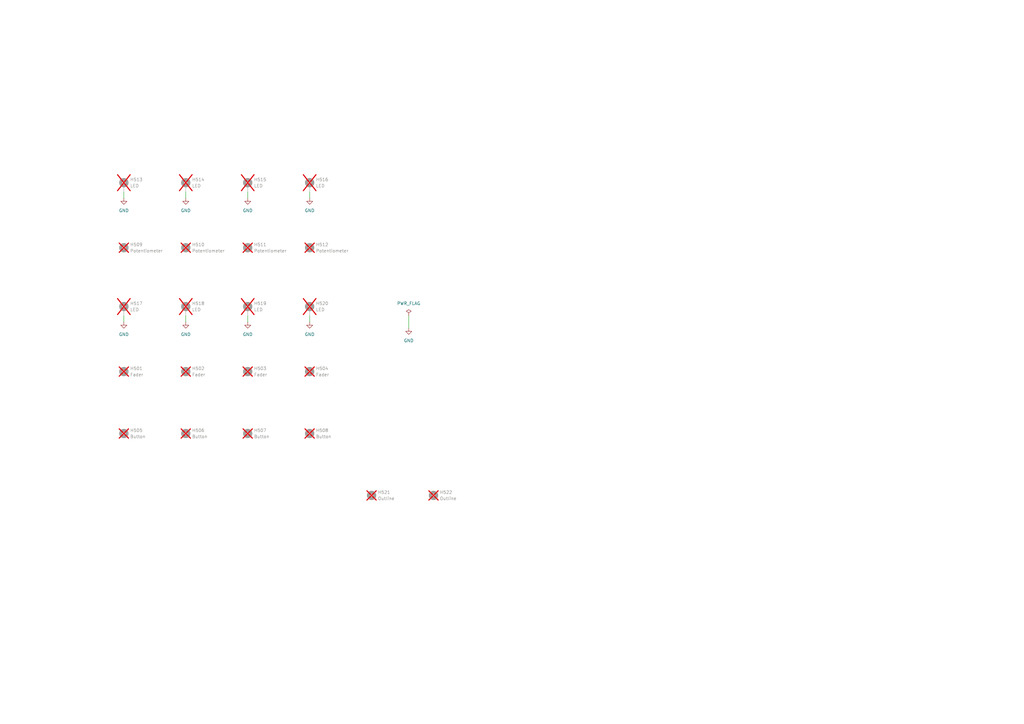
<source format=kicad_sch>
(kicad_sch (version 20250114) (generator "eeschema") (generator_version "9.0")
  (paper "A3")
  (lib_symbols
    (symbol "Mechanical:MountingHole" (pin_names (offset 1.016)) (exclude_from_sim yes) (in_bom no)
      (property "Reference" "H" (at 0 5.08 0))
      (property "Value" "MountingHole" (at 0 3.175 0))
      (symbol "MountingHole_0_1"
        (circle (center 0 0) (radius 1.27) (stroke (width 1.27)))
      )
    )
    (symbol "Mechanical:MountingHole_Pad" (pin_numbers (hide yes)) (pin_names (offset 1.016) (hide yes)) (in_bom no)
      (property "Reference" "H" (at 0 6.35 0))
      (property "Value" "MountingHole_Pad" (at 0 4.445 0))
      (symbol "MountingHole_Pad_0_1"
        (circle (center 0 1.27) (radius 1.27) (stroke (width 1.27)))
      )
      (symbol "MountingHole_Pad_1_1"
        (pin input line (at 0 -2.54 90) (length 2.54) (name "1") (number "1"))
      )
    )
    (symbol "power:GND" (power) (pin_numbers (hide yes)) (pin_names (offset 0) (hide yes))
      (property "Value" "GND" (at 0 -3.81 0))
      (symbol "GND_0_1"
        (polyline (pts (xy 0 0) (xy 0 -1.27) (xy 1.27 -1.27) (xy 0 -2.54) (xy -1.27 -1.27) (xy 0 -1.27)))
      )
      (symbol "GND_1_1"
        (pin power_in line (at 0 0 270) (length 0) (name "~") (number "1"))
      )
    )
    (symbol "power:PWR_FLAG" (power) (pin_numbers (hide yes)) (pin_names (offset 0) (hide yes))
      (property "Value" "PWR_FLAG" (at 0 3.81 0))
      (symbol "PWR_FLAG_0_0"
        (pin power_out line (at 0 0 90) (length 0) (name "~") (number "1"))
      )
      (symbol "PWR_FLAG_0_1"
        (polyline (pts (xy 0 0) (xy 0 1.27) (xy -1.016 1.905) (xy 0 2.54) (xy 1.016 1.905) (xy 0 1.27)))
      )
    )
  )
  (wire (pts (xy 127 129.54) (xy 127 132.08)))
  (wire (pts (xy 50.8 78.74) (xy 50.8 81.28)))
  (wire (pts (xy 101.6 129.54) (xy 101.6 132.08)))
  (wire (pts (xy 101.6 78.74) (xy 101.6 81.28)))
  (wire (pts (xy 127 78.74) (xy 127 81.28)))
  (wire (pts (xy 76.2 78.74) (xy 76.2 81.28)))
  (wire (pts (xy 76.2 129.54) (xy 76.2 132.08)))
  (wire (pts (xy 50.8 129.54) (xy 50.8 132.08)))
  (wire (pts (xy 167.64 129.54) (xy 167.64 134.62)))
  (symbol (lib_id "Mechanical:MountingHole") (at 50.8 101.6 0) (unit 1) (exclude_from_sim yes) (in_bom no) (dnp yes)
    (property "Reference" "H509" (at 53.34 100.3299 0) (effects (justify left)))
    (property "Value" "Potentiometer" (at 53.34 102.8699 0) (effects (justify left)))
    (property "Footprint" "suku_basics:FP_POTENTIOMETER" (effects (hide yes)))
    (property "Description" "Mounting Hole without connection" (effects (hide yes)))
  )
  (symbol (lib_id "power:GND") (at 50.8 132.08 0) (unit 1)
    (property "Reference" "#PWR0506" (effects (hide yes)))
    (property "Value" "GND" (at 50.8 137.16 0))
    (property "Description" "Power symbol creates a global label with name \"GND\" , ground" (effects (hide yes)))
  )
  (symbol (lib_id "Mechanical:MountingHole_Pad") (at 101.6 76.2 0) (unit 1) (in_bom no) (dnp yes)
    (property "Reference" "H515" (at 104.14 73.6599 0) (effects (justify left)))
    (property "Value" "LED" (at 104.14 76.1999 0) (effects (justify left)))
    (property "Footprint" "suku_basics:FP_LED_TIGHT" (effects (hide yes)))
    (property "Description" "Mounting Hole with connection" (effects (hide yes)))
  )
  (symbol (lib_id "power:GND") (at 127 132.08 0) (unit 1)
    (property "Reference" "#PWR0509" (effects (hide yes)))
    (property "Value" "GND" (at 127 137.16 0))
    (property "Description" "Power symbol creates a global label with name \"GND\" , ground" (effects (hide yes)))
  )
  (symbol (lib_id "power:PWR_FLAG") (at 167.64 129.54 0) (unit 1)
    (property "Reference" "#FLG0501" (effects (hide yes)))
    (property "Value" "PWR_FLAG" (at 167.64 124.46 0))
    (property "Description" "Special symbol for telling ERC where power comes from" (effects (hide yes)))
  )
  (symbol (lib_id "Mechanical:MountingHole_Pad") (at 76.2 76.2 0) (unit 1) (in_bom no) (dnp yes)
    (property "Reference" "H514" (at 78.74 73.6599 0) (effects (justify left)))
    (property "Value" "LED" (at 78.74 76.1999 0) (effects (justify left)))
    (property "Footprint" "suku_basics:FP_LED_TIGHT" (effects (hide yes)))
    (property "Description" "Mounting Hole with connection" (effects (hide yes)))
  )
  (symbol (lib_id "power:GND") (at 50.8 81.28 0) (unit 1)
    (property "Reference" "#PWR0502" (effects (hide yes)))
    (property "Value" "GND" (at 50.8 86.36 0))
    (property "Description" "Power symbol creates a global label with name \"GND\" , ground" (effects (hide yes)))
  )
  (symbol (lib_id "Mechanical:MountingHole_Pad") (at 50.8 127 0) (unit 1) (in_bom no) (dnp yes)
    (property "Reference" "H517" (at 53.34 124.4599 0) (effects (justify left)))
    (property "Value" "LED" (at 53.34 126.9999 0) (effects (justify left)))
    (property "Footprint" "suku_basics:FP_LED_TIGHT" (effects (hide yes)))
    (property "Description" "Mounting Hole with connection" (effects (hide yes)))
  )
  (symbol (lib_id "Mechanical:MountingHole") (at 127 177.8 0) (unit 1) (exclude_from_sim yes) (in_bom no) (dnp yes)
    (property "Reference" "H508" (at 129.54 176.5299 0) (effects (justify left)))
    (property "Value" "Button" (at 129.54 179.0699 0) (effects (justify left)))
    (property "Footprint" "suku_basics:FP_BUTTON" (effects (hide yes)))
    (property "Description" "Mounting Hole without connection" (effects (hide yes)))
  )
  (symbol (lib_id "Mechanical:MountingHole") (at 101.6 152.4 0) (unit 1) (exclude_from_sim yes) (in_bom no) (dnp yes)
    (property "Reference" "H503" (at 104.14 151.1299 0) (effects (justify left)))
    (property "Value" "Fader" (at 104.14 153.6699 0) (effects (justify left)))
    (property "Footprint" "suku_basics:FP_FADER" (effects (hide yes)))
    (property "Description" "Mounting Hole without connection" (effects (hide yes)))
  )
  (symbol (lib_id "Mechanical:MountingHole") (at 76.2 152.4 0) (unit 1) (exclude_from_sim yes) (in_bom no) (dnp yes)
    (property "Reference" "H502" (at 78.74 151.1299 0) (effects (justify left)))
    (property "Value" "Fader" (at 78.74 153.6699 0) (effects (justify left)))
    (property "Footprint" "suku_basics:FP_FADER" (effects (hide yes)))
    (property "Description" "Mounting Hole without connection" (effects (hide yes)))
  )
  (symbol (lib_id "Mechanical:MountingHole") (at 50.8 152.4 0) (unit 1) (exclude_from_sim yes) (in_bom no) (dnp yes)
    (property "Reference" "H501" (at 53.34 151.1299 0) (effects (justify left)))
    (property "Value" "Fader" (at 53.34 153.6699 0) (effects (justify left)))
    (property "Footprint" "suku_basics:FP_FADER" (effects (hide yes)))
    (property "Description" "Mounting Hole without connection" (effects (hide yes)))
  )
  (symbol (lib_id "Mechanical:MountingHole_Pad") (at 101.6 127 0) (unit 1) (in_bom no) (dnp yes)
    (property "Reference" "H519" (at 104.14 124.4599 0) (effects (justify left)))
    (property "Value" "LED" (at 104.14 126.9999 0) (effects (justify left)))
    (property "Footprint" "suku_basics:FP_LED_TIGHT" (effects (hide yes)))
    (property "Description" "Mounting Hole with connection" (effects (hide yes)))
  )
  (symbol (lib_id "Mechanical:MountingHole") (at 177.8 203.2 0) (unit 1) (exclude_from_sim yes) (in_bom no) (dnp yes)
    (property "Reference" "H522" (at 180.34 201.9299 0) (effects (justify left)))
    (property "Value" "Outline" (at 180.34 204.4699 0) (effects (justify left)))
    (property "Footprint" "suku_basics:OSHWA" (effects (hide yes)))
    (property "Description" "Mounting Hole without connection" (effects (hide yes)))
  )
  (symbol (lib_id "Mechanical:MountingHole") (at 50.8 177.8 0) (unit 1) (exclude_from_sim yes) (in_bom no) (dnp yes)
    (property "Reference" "H505" (at 53.34 176.5299 0) (effects (justify left)))
    (property "Value" "Button" (at 53.34 179.0699 0) (effects (justify left)))
    (property "Footprint" "suku_basics:FP_BUTTON" (effects (hide yes)))
    (property "Description" "Mounting Hole without connection" (effects (hide yes)))
  )
  (symbol (lib_id "Mechanical:MountingHole") (at 76.2 101.6 0) (unit 1) (exclude_from_sim yes) (in_bom no) (dnp yes)
    (property "Reference" "H510" (at 78.74 100.3299 0) (effects (justify left)))
    (property "Value" "Potentiometer" (at 78.74 102.8699 0) (effects (justify left)))
    (property "Footprint" "suku_basics:FP_POTENTIOMETER" (effects (hide yes)))
    (property "Description" "Mounting Hole without connection" (effects (hide yes)))
  )
  (symbol (lib_id "Mechanical:MountingHole") (at 152.4 203.2 0) (unit 1) (exclude_from_sim yes) (in_bom no) (dnp yes)
    (property "Reference" "H521" (at 154.94 201.9299 0) (effects (justify left)))
    (property "Value" "Outline" (at 154.94 204.4699 0) (effects (justify left)))
    (property "Footprint" "suku_basics:FP_OUTLINE_2" (effects (hide yes)))
    (property "Description" "Mounting Hole without connection" (effects (hide yes)))
  )
  (symbol (lib_id "Mechanical:MountingHole_Pad") (at 127 76.2 0) (unit 1) (in_bom no) (dnp yes)
    (property "Reference" "H516" (at 129.54 73.6599 0) (effects (justify left)))
    (property "Value" "LED" (at 129.54 76.1999 0) (effects (justify left)))
    (property "Footprint" "suku_basics:FP_LED_TIGHT" (effects (hide yes)))
    (property "Description" "Mounting Hole with connection" (effects (hide yes)))
  )
  (symbol (lib_id "power:GND") (at 101.6 132.08 0) (unit 1)
    (property "Reference" "#PWR0508" (effects (hide yes)))
    (property "Value" "GND" (at 101.6 137.16 0))
    (property "Description" "Power symbol creates a global label with name \"GND\" , ground" (effects (hide yes)))
  )
  (symbol (lib_id "Mechanical:MountingHole") (at 76.2 177.8 0) (unit 1) (exclude_from_sim yes) (in_bom no) (dnp yes)
    (property "Reference" "H506" (at 78.74 176.5299 0) (effects (justify left)))
    (property "Value" "Button" (at 78.74 179.0699 0) (effects (justify left)))
    (property "Footprint" "suku_basics:FP_BUTTON" (effects (hide yes)))
    (property "Description" "Mounting Hole without connection" (effects (hide yes)))
  )
  (symbol (lib_id "power:GND") (at 127 81.28 0) (unit 1)
    (property "Reference" "#PWR0505" (effects (hide yes)))
    (property "Value" "GND" (at 127 86.36 0))
    (property "Description" "Power symbol creates a global label with name \"GND\" , ground" (effects (hide yes)))
  )
  (symbol (lib_id "Mechanical:MountingHole_Pad") (at 127 127 0) (unit 1) (in_bom no) (dnp yes)
    (property "Reference" "H520" (at 129.54 124.4599 0) (effects (justify left)))
    (property "Value" "LED" (at 129.54 126.9999 0) (effects (justify left)))
    (property "Footprint" "suku_basics:FP_LED_TIGHT" (effects (hide yes)))
    (property "Description" "Mounting Hole with connection" (effects (hide yes)))
  )
  (symbol (lib_id "Mechanical:MountingHole") (at 127 101.6 0) (unit 1) (exclude_from_sim yes) (in_bom no) (dnp yes)
    (property "Reference" "H512" (at 129.54 100.3299 0) (effects (justify left)))
    (property "Value" "Potentiometer" (at 129.54 102.8699 0) (effects (justify left)))
    (property "Footprint" "suku_basics:FP_POTENTIOMETER" (effects (hide yes)))
    (property "Description" "Mounting Hole without connection" (effects (hide yes)))
  )
  (symbol (lib_id "power:GND") (at 101.6 81.28 0) (unit 1)
    (property "Reference" "#PWR0504" (effects (hide yes)))
    (property "Value" "GND" (at 101.6 86.36 0))
    (property "Description" "Power symbol creates a global label with name \"GND\" , ground" (effects (hide yes)))
  )
  (symbol (lib_id "Mechanical:MountingHole_Pad") (at 76.2 127 0) (unit 1) (in_bom no) (dnp yes)
    (property "Reference" "H518" (at 78.74 124.4599 0) (effects (justify left)))
    (property "Value" "LED" (at 78.74 126.9999 0) (effects (justify left)))
    (property "Footprint" "suku_basics:FP_LED_TIGHT" (effects (hide yes)))
    (property "Description" "Mounting Hole with connection" (effects (hide yes)))
  )
  (symbol (lib_id "power:GND") (at 167.64 134.62 0) (unit 1)
    (property "Reference" "#PWR0501" (effects (hide yes)))
    (property "Value" "GND" (at 167.64 139.7 0))
    (property "Description" "Power symbol creates a global label with name \"GND\" , ground" (effects (hide yes)))
  )
  (symbol (lib_id "Mechanical:MountingHole") (at 101.6 177.8 0) (unit 1) (exclude_from_sim yes) (in_bom no) (dnp yes)
    (property "Reference" "H507" (at 104.14 176.5299 0) (effects (justify left)))
    (property "Value" "Button" (at 104.14 179.0699 0) (effects (justify left)))
    (property "Footprint" "suku_basics:FP_BUTTON" (effects (hide yes)))
    (property "Description" "Mounting Hole without connection" (effects (hide yes)))
  )
  (symbol (lib_id "power:GND") (at 76.2 132.08 0) (unit 1)
    (property "Reference" "#PWR0507" (effects (hide yes)))
    (property "Value" "GND" (at 76.2 137.16 0))
    (property "Description" "Power symbol creates a global label with name \"GND\" , ground" (effects (hide yes)))
  )
  (symbol (lib_id "Mechanical:MountingHole") (at 101.6 101.6 0) (unit 1) (exclude_from_sim yes) (in_bom no) (dnp yes)
    (property "Reference" "H511" (at 104.14 100.3299 0) (effects (justify left)))
    (property "Value" "Potentiometer" (at 104.14 102.8699 0) (effects (justify left)))
    (property "Footprint" "suku_basics:FP_POTENTIOMETER" (effects (hide yes)))
    (property "Description" "Mounting Hole without connection" (effects (hide yes)))
  )
  (symbol (lib_id "Mechanical:MountingHole_Pad") (at 50.8 76.2 0) (unit 1) (in_bom no) (dnp yes)
    (property "Reference" "H513" (at 53.34 73.6599 0) (effects (justify left)))
    (property "Value" "LED" (at 53.34 76.1999 0) (effects (justify left)))
    (property "Footprint" "suku_basics:FP_LED_TIGHT" (effects (hide yes)))
    (property "Description" "Mounting Hole with connection" (effects (hide yes)))
  )
  (symbol (lib_id "Mechanical:MountingHole") (at 127 152.4 0) (unit 1) (exclude_from_sim yes) (in_bom no) (dnp yes)
    (property "Reference" "H504" (at 129.54 151.1299 0) (effects (justify left)))
    (property "Value" "Fader" (at 129.54 153.6699 0) (effects (justify left)))
    (property "Footprint" "suku_basics:FP_FADER" (effects (hide yes)))
    (property "Description" "Mounting Hole without connection" (effects (hide yes)))
  )
  (symbol (lib_id "power:GND") (at 76.2 81.28 0) (unit 1)
    (property "Reference" "#PWR0503" (effects (hide yes)))
    (property "Value" "GND" (at 76.2 86.36 0))
    (property "Description" "Power symbol creates a global label with name \"GND\" , ground" (effects (hide yes)))
  )
)
</source>
